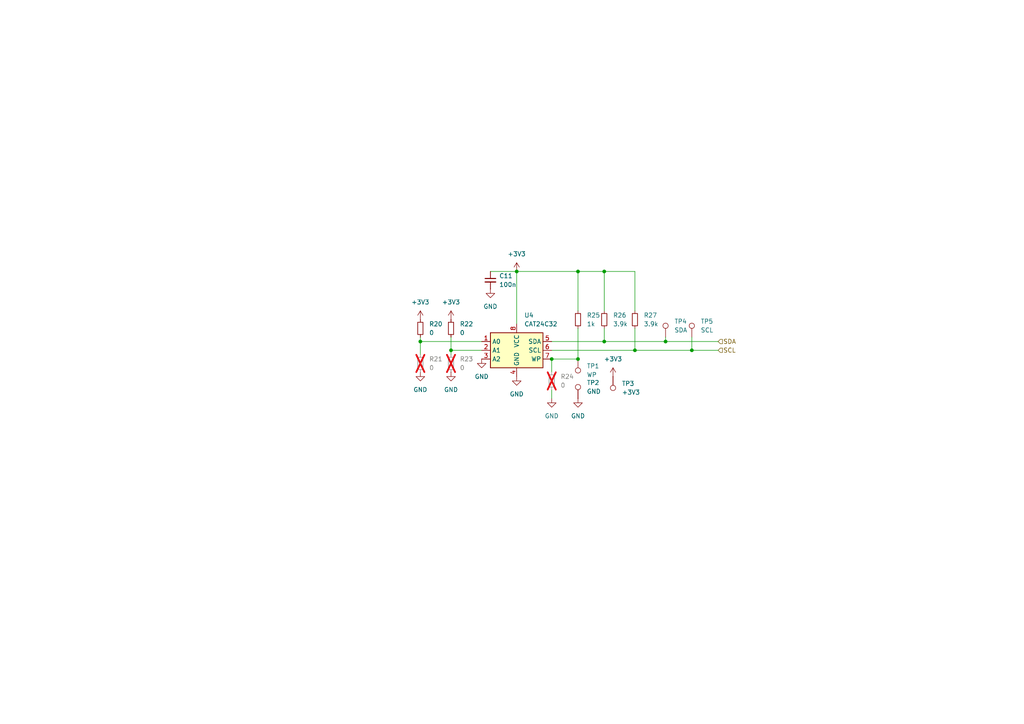
<source format=kicad_sch>
(kicad_sch (version 20231120) (generator "eeschema") (generator_version "8.0")
  (paper "A4")
  (lib_symbols
    (symbol "Connector:TestPoint" (pin_numbers hide) (pin_names (offset 0.762) hide)
      (property "Reference" "TP" (at 0 6.858 0))
      (property "Value" "TestPoint" (at 0 5.08 0))
      (symbol "TestPoint_0_1"
        (circle (center 0 3.302) (radius 0.762))
      )
      (symbol "TestPoint_1_1"
        (pin passive line (at 0 0 90) (length 2.54) (name "1") (number "1"))
      )
    )
    (symbol "Device:C_Small" (pin_numbers hide) (pin_names (offset 0.254) hide)
      (property "Reference" "C" (at 0.254 1.778 0))
      (property "Value" "C_Small" (at 0.254 -2.032 0))
      (symbol "C_Small_0_1"
        (polyline (pts (xy -1.524 -0.508) (xy 1.524 -0.508)) (stroke (width 0.3302)))
        (polyline (pts (xy -1.524 0.508) (xy 1.524 0.508)) (stroke (width 0.3048)))
      )
      (symbol "C_Small_1_1"
        (pin passive line (at 0 2.54 270) (length 2.032) (name "~") (number "1"))
        (pin passive line (at 0 -2.54 90) (length 2.032) (name "~") (number "2"))
      )
    )
    (symbol "Device:R_Small" (pin_numbers hide) (pin_names (offset 0.254) hide)
      (property "Reference" "R" (at 0.762 0.508 0))
      (property "Value" "R_Small" (at 0.762 -1.016 0))
      (symbol "R_Small_0_1"
        (rectangle (start -0.762 1.778) (end 0.762 -1.778) (stroke (width 0.2032)))
      )
      (symbol "R_Small_1_1"
        (pin passive line (at 0 2.54 270) (length 0.762) (name "~") (number "1"))
        (pin passive line (at 0 -2.54 90) (length 0.762) (name "~") (number "2"))
      )
    )
    (symbol "bao-lib:CAT24C32"
      (property "Reference" "U" (at -6.35 6.35 0))
      (property "Value" "CAT24C32" (at 1.27 6.35 0))
      (symbol "CAT24C32_1_1"
        (rectangle (start -7.62 5.08) (end 7.62 -5.08) (stroke (width 0.254)) (fill (type background)))
        (pin input line (at -10.16 2.54 0) (length 2.54) (name "A0") (number "1"))
        (pin input line (at -10.16 0 0) (length 2.54) (name "A1") (number "2"))
        (pin input line (at -10.16 -2.54 0) (length 2.54) (name "A2") (number "3"))
        (pin power_in line (at 0 -7.62 90) (length 2.54) (name "GND") (number "4"))
        (pin bidirectional line (at 10.16 2.54 180) (length 2.54) (name "SDA") (number "5"))
        (pin input line (at 10.16 0 180) (length 2.54) (name "SCL") (number "6"))
        (pin input line (at 10.16 -2.54 180) (length 2.54) (name "WP") (number "7"))
        (pin power_in line (at 0 7.62 270) (length 2.54) (name "VCC") (number "8"))
      )
    )
    (symbol "power:+3V3" (power) (pin_numbers hide) (pin_names (offset 0) hide)
      (property "Value" "+3V3" (at 0 3.556 0))
      (symbol "+3V3_0_1"
        (polyline (pts (xy -0.762 1.27) (xy 0 2.54)))
        (polyline (pts (xy 0 0) (xy 0 2.54)))
        (polyline (pts (xy 0 2.54) (xy 0.762 1.27)))
      )
      (symbol "+3V3_1_1"
        (pin power_in line (at 0 0 90) (length 0) (name "~") (number "1"))
      )
    )
    (symbol "power:GND" (power) (pin_numbers hide) (pin_names (offset 0) hide)
      (property "Value" "GND" (at 0 -3.81 0))
      (symbol "GND_0_1"
        (polyline (pts (xy 0 0) (xy 0 -1.27) (xy 1.27 -1.27) (xy 0 -2.54) (xy -1.27 -1.27) (xy 0 -1.27)))
      )
      (symbol "GND_1_1"
        (pin power_in line (at 0 0 270) (length 0) (name "~") (number "1"))
      )
    )
  )
  (junction (at 167.64 78.74))
  (junction (at 149.86 78.74))
  (junction (at 121.92 99.06))
  (junction (at 200.66 101.6))
  (junction (at 193.04 99.06))
  (junction (at 160.02 104.14))
  (junction (at 130.81 101.6))
  (junction (at 184.15 101.6))
  (junction (at 167.64 104.14))
  (junction (at 175.26 99.06))
  (junction (at 175.26 78.74))
  (wire (pts (xy 184.15 101.6) (xy 184.15 95.25)))
  (wire (pts (xy 167.64 78.74) (xy 175.26 78.74)))
  (wire (pts (xy 160.02 115.57) (xy 160.02 113.03)))
  (wire (pts (xy 160.02 101.6) (xy 184.15 101.6)))
  (wire (pts (xy 167.64 78.74) (xy 149.86 78.74)))
  (wire (pts (xy 167.64 90.17) (xy 167.64 78.74)))
  (wire (pts (xy 193.04 97.79) (xy 193.04 99.06)))
  (wire (pts (xy 130.81 101.6) (xy 130.81 97.79)))
  (wire (pts (xy 175.26 90.17) (xy 175.26 78.74)))
  (wire (pts (xy 175.26 78.74) (xy 184.15 78.74)))
  (wire (pts (xy 193.04 99.06) (xy 208.28 99.06)))
  (wire (pts (xy 200.66 97.79) (xy 200.66 101.6)))
  (wire (pts (xy 160.02 104.14) (xy 167.64 104.14)))
  (wire (pts (xy 149.86 78.74) (xy 149.86 93.98)))
  (wire (pts (xy 142.24 78.74) (xy 149.86 78.74)))
  (wire (pts (xy 167.64 104.14) (xy 167.64 95.25)))
  (wire (pts (xy 160.02 99.06) (xy 175.26 99.06)))
  (wire (pts (xy 121.92 99.06) (xy 121.92 97.79)))
  (wire (pts (xy 184.15 90.17) (xy 184.15 78.74)))
  (wire (pts (xy 160.02 104.14) (xy 160.02 107.95)))
  (wire (pts (xy 200.66 101.6) (xy 208.28 101.6)))
  (wire (pts (xy 184.15 101.6) (xy 200.66 101.6)))
  (wire (pts (xy 175.26 99.06) (xy 193.04 99.06)))
  (wire (pts (xy 121.92 99.06) (xy 121.92 102.87)))
  (wire (pts (xy 130.81 101.6) (xy 130.81 102.87)))
  (wire (pts (xy 130.81 101.6) (xy 139.7 101.6)))
  (wire (pts (xy 121.92 99.06) (xy 139.7 99.06)))
  (wire (pts (xy 175.26 95.25) (xy 175.26 99.06)))
  (hierarchical_label "SCL" (shape input) (at 208.28 101.6 0))
  (hierarchical_label "SDA" (shape input) (at 208.28 99.06 0))
  (symbol (lib_id "power:GND") (at 167.64 115.57 0) (unit 1)
    (property "Reference" "#PWR049" (effects (hide yes)))
    (property "Value" "GND" (at 167.64 120.65 0))
    (property "Description" "Power symbol creates a global label with name \"GND\" , ground" (effects (hide yes)))
  )
  (symbol (lib_id "Device:R_Small") (at 184.15 92.71 0) (unit 1)
    (property "Reference" "R27" (at 186.69 91.4399 0) (effects (justify left)))
    (property "Value" "3.9k" (at 186.69 93.9799 0) (effects (justify left)))
    (property "Footprint" "Resistor_SMD:R_0402_1005Metric" (effects (hide yes)))
    (property "Description" "Resistor, small symbol" (effects (hide yes)))
    (property "MPN" "RC0402FR-073K9L" (effects (hide yes)))
  )
  (symbol (lib_id "power:GND") (at 130.81 107.95 0) (unit 1)
    (property "Reference" "#PWR043" (effects (hide yes)))
    (property "Value" "GND" (at 130.81 113.03 0))
    (property "Description" "Power symbol creates a global label with name \"GND\" , ground" (effects (hide yes)))
  )
  (symbol (lib_id "bao-lib:CAT24C32") (at 149.86 101.6 0) (unit 1)
    (property "Reference" "U4" (at 152.0541 91.44 0) (effects (justify left)))
    (property "Value" "CAT24C32" (at 152.0541 93.98 0) (effects (justify left)))
    (property "Footprint" "Package_SO:TSSOP-8_4.4x3mm_P0.65mm" (effects (hide yes)))
    (property "Datasheet" "https://www.onsemi.com/pdf/datasheet/cat24c32-d.pdf" (effects (hide yes)))
    (property "Description" "I2C Serial EEPROM, 32Kb, SOIC-8/SOIC−8 WIDE/TSSOP-8/UDFN8/WLCSP5/WLCSP4" (effects (hide yes)))
    (property "MPN" "CAT24C32YI-GT3" (effects (hide yes)))
  )
  (symbol (lib_id "Device:R_Small") (at 160.02 110.49 0) (unit 1) (dnp yes)
    (property "Reference" "R24" (at 162.56 109.2199 0) (effects (justify left)))
    (property "Value" "0" (at 162.56 111.7599 0) (effects (justify left)))
    (property "Footprint" "Resistor_SMD:R_0402_1005Metric" (effects (hide yes)))
    (property "Description" "Resistor, small symbol" (effects (hide yes)))
    (property "MPN" "RC0402FR-071KL" (effects (hide yes)))
  )
  (symbol (lib_id "power:+3V3") (at 130.81 92.71 0) (unit 1)
    (property "Reference" "#PWR042" (effects (hide yes)))
    (property "Value" "+3V3" (at 130.81 87.63 0))
    (property "Description" "Power symbol creates a global label with name \"+3V3\"" (effects (hide yes)))
  )
  (symbol (lib_id "power:GND") (at 139.7 104.14 0) (unit 1)
    (property "Reference" "#PWR044" (effects (hide yes)))
    (property "Value" "GND" (at 139.7 109.22 0))
    (property "Description" "Power symbol creates a global label with name \"GND\" , ground" (effects (hide yes)))
  )
  (symbol (lib_id "Device:R_Small") (at 175.26 92.71 0) (unit 1)
    (property "Reference" "R26" (at 177.8 91.4399 0) (effects (justify left)))
    (property "Value" "3.9k" (at 177.8 93.9799 0) (effects (justify left)))
    (property "Footprint" "Resistor_SMD:R_0402_1005Metric" (effects (hide yes)))
    (property "Description" "Resistor, small symbol" (effects (hide yes)))
    (property "MPN" "RC0402FR-073K9L" (effects (hide yes)))
  )
  (symbol (lib_id "power:GND") (at 149.86 109.22 0) (unit 1)
    (property "Reference" "#PWR047" (effects (hide yes)))
    (property "Value" "GND" (at 149.86 114.3 0))
    (property "Description" "Power symbol creates a global label with name \"GND\" , ground" (effects (hide yes)))
  )
  (symbol (lib_id "power:GND") (at 142.24 83.82 0) (unit 1)
    (property "Reference" "#PWR045" (effects (hide yes)))
    (property "Value" "GND" (at 142.24 88.9 0))
    (property "Description" "Power symbol creates a global label with name \"GND\" , ground" (effects (hide yes)))
  )
  (symbol (lib_id "Device:R_Small") (at 121.92 105.41 0) (unit 1) (dnp yes)
    (property "Reference" "R21" (at 124.46 104.1399 0) (effects (justify left)))
    (property "Value" "0" (at 124.46 106.6799 0) (effects (justify left)))
    (property "Footprint" "Resistor_SMD:R_0402_1005Metric" (effects (hide yes)))
    (property "Description" "Resistor, small symbol" (effects (hide yes)))
    (property "MPN" "RC0402FR-071KL" (effects (hide yes)))
  )
  (symbol (lib_id "Connector:TestPoint") (at 193.04 97.79 0) (unit 1)
    (property "Reference" "TP4" (at 195.58 93.2179 0) (effects (justify left)))
    (property "Value" "SDA" (at 195.58 95.7579 0) (effects (justify left)))
    (property "Footprint" "TestPoint:TestPoint_Pad_D2.0mm" (effects (hide yes)))
    (property "Description" "test point" (effects (hide yes)))
  )
  (symbol (lib_id "Device:R_Small") (at 130.81 95.25 0) (unit 1)
    (property "Reference" "R22" (at 133.35 93.9799 0) (effects (justify left)))
    (property "Value" "0" (at 133.35 96.5199 0) (effects (justify left)))
    (property "Footprint" "Resistor_SMD:R_0402_1005Metric" (effects (hide yes)))
    (property "Description" "Resistor, small symbol" (effects (hide yes)))
    (property "MPN" "RC0402FR-071KL" (effects (hide yes)))
  )
  (symbol (lib_id "Connector:TestPoint") (at 177.8 109.22 180) (unit 1)
    (property "Reference" "TP3" (at 180.34 111.2519 0) (effects (justify right)))
    (property "Value" "+3V3" (at 180.34 113.7919 0) (effects (justify right)))
    (property "Footprint" "TestPoint:TestPoint_Pad_D2.0mm" (effects (hide yes)))
    (property "Description" "test point" (effects (hide yes)))
  )
  (symbol (lib_id "power:+3V3") (at 149.86 78.74 0) (unit 1)
    (property "Reference" "#PWR046" (effects (hide yes)))
    (property "Value" "+3V3" (at 149.86 73.66 0))
    (property "Description" "Power symbol creates a global label with name \"+3V3\"" (effects (hide yes)))
  )
  (symbol (lib_id "Connector:TestPoint") (at 167.64 104.14 180) (unit 1)
    (property "Reference" "TP1" (at 170.18 106.1719 0) (effects (justify right)))
    (property "Value" "WP" (at 170.18 108.7119 0) (effects (justify right)))
    (property "Footprint" "TestPoint:TestPoint_Pad_D2.0mm" (effects (hide yes)))
    (property "Description" "test point" (effects (hide yes)))
  )
  (symbol (lib_id "Connector:TestPoint") (at 167.64 115.57 0) (unit 1)
    (property "Reference" "TP2" (at 170.18 110.9979 0) (effects (justify left)))
    (property "Value" "GND" (at 170.18 113.5379 0) (effects (justify left)))
    (property "Footprint" "TestPoint:TestPoint_Pad_D2.0mm" (effects (hide yes)))
    (property "Description" "test point" (effects (hide yes)))
  )
  (symbol (lib_id "Device:R_Small") (at 130.81 105.41 0) (unit 1) (dnp yes)
    (property "Reference" "R23" (at 133.35 104.1399 0) (effects (justify left)))
    (property "Value" "0" (at 133.35 106.6799 0) (effects (justify left)))
    (property "Footprint" "Resistor_SMD:R_0402_1005Metric" (effects (hide yes)))
    (property "Description" "Resistor, small symbol" (effects (hide yes)))
    (property "MPN" "RC0402FR-071KL" (effects (hide yes)))
  )
  (symbol (lib_id "Connector:TestPoint") (at 200.66 97.79 0) (unit 1)
    (property "Reference" "TP5" (at 203.2 93.2179 0) (effects (justify left)))
    (property "Value" "SCL" (at 203.2 95.7579 0) (effects (justify left)))
    (property "Footprint" "TestPoint:TestPoint_Pad_D2.0mm" (effects (hide yes)))
    (property "Description" "test point" (effects (hide yes)))
  )
  (symbol (lib_id "power:GND") (at 160.02 115.57 0) (unit 1)
    (property "Reference" "#PWR048" (effects (hide yes)))
    (property "Value" "GND" (at 160.02 120.65 0))
    (property "Description" "Power symbol creates a global label with name \"GND\" , ground" (effects (hide yes)))
  )
  (symbol (lib_id "Device:R_Small") (at 121.92 95.25 0) (unit 1)
    (property "Reference" "R20" (at 124.46 93.9799 0) (effects (justify left)))
    (property "Value" "0" (at 124.46 96.5199 0) (effects (justify left)))
    (property "Footprint" "Resistor_SMD:R_0402_1005Metric" (effects (hide yes)))
    (property "Description" "Resistor, small symbol" (effects (hide yes)))
    (property "MPN" "RC0402FR-071KL" (effects (hide yes)))
  )
  (symbol (lib_id "power:GND") (at 121.92 107.95 0) (unit 1)
    (property "Reference" "#PWR041" (effects (hide yes)))
    (property "Value" "GND" (at 121.92 113.03 0))
    (property "Description" "Power symbol creates a global label with name \"GND\" , ground" (effects (hide yes)))
  )
  (symbol (lib_id "power:+3V3") (at 177.8 109.22 0) (unit 1)
    (property "Reference" "#PWR050" (effects (hide yes)))
    (property "Value" "+3V3" (at 177.8 104.14 0))
    (property "Description" "Power symbol creates a global label with name \"+3V3\"" (effects (hide yes)))
  )
  (symbol (lib_id "Device:R_Small") (at 167.64 92.71 0) (unit 1)
    (property "Reference" "R25" (at 170.18 91.4399 0) (effects (justify left)))
    (property "Value" "1k" (at 170.18 93.9799 0) (effects (justify left)))
    (property "Footprint" "Resistor_SMD:R_0402_1005Metric" (effects (hide yes)))
    (property "Description" "Resistor, small symbol" (effects (hide yes)))
    (property "MPN" "RC0402FR-071KL" (effects (hide yes)))
  )
  (symbol (lib_id "Device:C_Small") (at 142.24 81.28 0) (unit 1)
    (property "Reference" "C11" (at 144.78 80.0162 0) (effects (justify left)))
    (property "Value" "100n" (at 144.78 82.5562 0) (effects (justify left)))
    (property "Footprint" "Capacitor_SMD:C_0402_1005Metric" (effects (hide yes)))
    (property "Description" "Unpolarized capacitor, small symbol" (effects (hide yes)))
    (property "MPN" "885012105001" (effects (hide yes)))
  )
  (symbol (lib_id "power:+3V3") (at 121.92 92.71 0) (unit 1)
    (property "Reference" "#PWR040" (effects (hide yes)))
    (property "Value" "+3V3" (at 121.92 87.63 0))
    (property "Description" "Power symbol creates a global label with name \"+3V3\"" (effects (hide yes)))
  )
)
</source>
